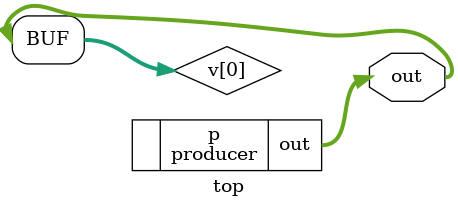
<source format=sv>
module producer(
    output logic [3:0] out
);
    assign out = 4'hA;
endmodule

module top(
    output logic [3:0] out
);
    logic [3:0] v[0:0];
    producer p(v[0]);
    assign out = v[0];
endmodule

</source>
